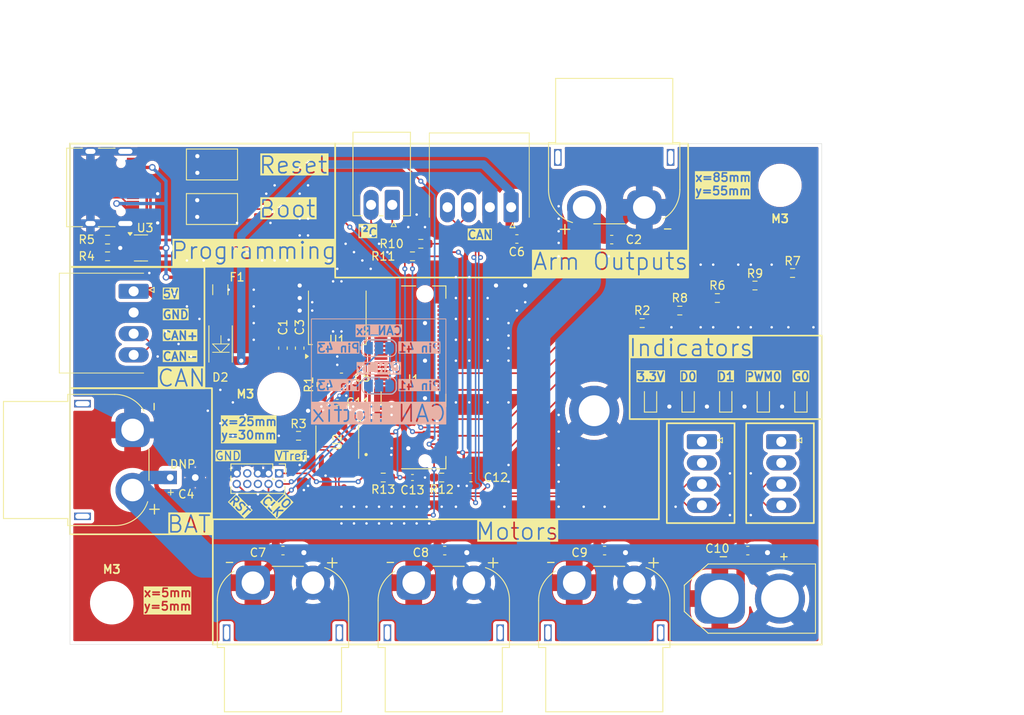
<source format=kicad_pcb>
(kicad_pcb (version 20240108) (generator "pcbnew") (generator_version "8.0")
  (layers (0 "F.Cu" signal) (31 "B.Cu" signal) (34 "B.Paste" user) (35 "F.Paste" user) (36 "B.SilkS" user "B.Silkscreen") (37 "F.SilkS" user "F.Silkscreen") (38 "B.Mask" user) (39 "F.Mask" user) (44 "Edge.Cuts" user))
  (net 0 "")
  (net 1 "GND")
  (net 2 "+5V")
  (net 3 "+3V3")
  (net 4 "Net-(D2-A)")
  (net 5 "~{Reset}")
  (net 6 "USB_IN_D-")
  (net 7 "USB_IN_D+")
  (net 8 "I2C_SDA")
  (net 9 "I2C_SCL")
  (net 10 "CAN_RX")
  (net 11 "CAN_TX")
  (net 12 "+BATT")
  (net 13 "Net-(U2-Rs)")
  (net 25 "Net-(J1-D0)")
  (net 27 "Net-(D5-A)")
  (net 33 "Net-(J1-D1{slash}CAM_TRIG)")
  (net 34 "Net-(D6-A)")
  (net 45 "SWDCK")
  (net 50 "~{Boot}")
  (net 63 "Net-(D1-A)")
  (net 64 "Net-(D3-A)")
  (net 65 "Net-(D4-A)")
  (net 68 "Net-(U1-EN)")
  (net 69 "VBUS")
  (net 70 "CC2")
  (net 71 "CC1")
  (net 76 "CAN_P")
  (net 77 "CAN_N")
  (net 79 "Net-(J1-PWM0)")
  (net 80 "Net-(J1-G0{slash}BUS0)")
  (net 84 "SWDIO")
  (net 85 "CAN_R")
  (net 86 "CAN_T")
  (footprint "LED_SMD:LED_0603_1608Metric_Pad1.05x0.95mm_HandSolder" (layer "F.Cu") (at 173 110.5 90)
    (property "Reference" "D6" (hide yes))
    (property "Value" "LED")
  )
  (footprint "Resistor_SMD:R_0603_1608Metric_Pad0.98x0.95mm_HandSolder" (layer "F.Cu") (at 127.5 120 180)
    (property "Reference" "R13")
    (property "Value" "100k")
  )
  (footprint "Fuse:Fuse_1206_3216Metric_Pad1.42x1.75mm_HandSolder" (layer "F.Cu") (at 108 97.5 90)
    (property "Reference" "F1")
    (property "Value" "0.75A")
  )
  (footprint "Connector_AMASS:AMASS_XT60PW-F_1x02_P7.20mm_Horizontal" (layer "F.Cu") (at 97.5 114.3 90)
    (property "Reference" "BatIn1" (hide yes))
    (property "Value" "Conn_01x02_MountingPin")
  )
  (footprint "LED_SMD:LED_0603_1608Metric_Pad1.05x0.95mm_HandSolder" (layer "F.Cu") (at 168.5 110.5 90)
    (property "Reference" "D3" (hide yes))
    (property "Value" "LED")
  )
  (footprint "Capacitor_SMD:C_0603_1608Metric_Pad1.08x0.95mm_HandSolder" (layer "F.Cu") (at 154 128.75)
    (property "Reference" "C9")
    (property "Value" "10u")
  )
  (footprint "SJSU_common:DO-221AC" (layer "F.Cu") (at 105.57 104 90)
    (property "Reference" "D2")
    (property "Value" "3A" (hide yes))
  )
  (footprint "Connector_AMASS:AMASS_XT60PW-F_1x02_P7.20mm_Horizontal" (layer "F.Cu") (at 150.3625 132.6 180)
    (property "Reference" "BatOut4" (hide yes))
    (property "Value" "Conn_01x02_MountingPin")
  )
  (footprint "Package_TO_SOT_SMD:SOT-23-6" (layer "F.Cu") (at 98.5 92.5)
    (property "Reference" "U3")
    (property "Value" "DT1446-04TS-7")
  )
  (footprint "Button_Switch_SMD:SW_SPST_CK_RS282G05A3" (layer "F.Cu") (at 107 87.8375)
    (property "Reference" "SW2" (hide yes))
    (property "Value" "SW_SPST")
  )
  (footprint "Resistor_SMD:R_0603_1608Metric_Pad0.98x0.95mm_HandSolder" (layer "F.Cu") (at 134.5 120 180)
    (property "Reference" "R12")
    (property "Value" "100k")
  )
  (footprint "Resistor_SMD:R_0603_1608Metric_Pad0.98x0.95mm_HandSolder" (layer "F.Cu") (at 176.5 95.5)
    (property "Reference" "R7")
    (property "Value" "1.5k")
  )
  (footprint "MountingHole:MountingHole_3.2mm_M3" (layer "F.Cu") (at 175 85)
    (property "Reference" "M3")
    (property "Value" "MountingHole_3.2mm_M3")
  )
  (footprint "LED_SMD:LED_0603_1608Metric_Pad1.05x0.95mm_HandSolder" (layer "F.Cu") (at 177.5 110.5 90)
    (property "Reference" "D4" (hide yes))
    (property "Value" "LED")
  )
  (footprint "MountingHole:MountingHole_3.2mm_M3" (layer "F.Cu") (at 95 135)
    (property "Reference" "M3")
    (property "Value" "MountingHole_3.2mm_M3")
  )
  (footprint "Capacitor_THT:CP_Radial_D6.3mm_P2.50mm" (layer "F.Cu") (at 102.25 120)
    (property "Reference" "C4")
    (property "Value" "47u")
  )
  (footprint "Capacitor_SMD:C_0603_1608Metric_Pad1.08x0.95mm_HandSolder" (layer "F.Cu") (at 117.5 104.5 90)
    (property "Reference" "C3")
    (property "Value" "1u")
  )
  (footprint "Capacitor_SMD:C_0603_1608Metric_Pad1.08x0.95mm_HandSolder" (layer "F.Cu") (at 171.14375 128.75)
    (property "Reference" "C10")
    (property "Value" "10u")
  )
  (footprint "Resistor_SMD:R_0603_1608Metric_Pad0.98x0.95mm_HandSolder" (layer "F.Cu") (at 117.361613 115)
    (property "Reference" "R3")
    (property "Value" "33k")
  )
  (footprint "SJSU_common:TO-252AD" (layer "F.Cu") (at 118.2 100.74 90)
    (property "Reference" "U1")
    (property "Value" "LF33_TO252" (hide yes))
  )
  (footprint "Button_Switch_SMD:SW_SPST_CK_RS282G05A3" (layer "F.Cu") (at 107 82.5)
    (property "Reference" "SW1" (hide yes))
    (property "Value" "SW_SPST")
  )
  (footprint "Connector_AMASS:AMASS_XT60-F_1x02_P7.20mm_Vertical" (layer "F.Cu") (at 167.79375 134.5)
    (property "Reference" "BatOut5" (hide yes))
    (property "Value" "Conn_01x02_MountingPin")
  )
  (footprint "Resistor_SMD:R_0603_1608Metric_Pad0.98x0.95mm_HandSolder" (layer "F.Cu") (at 120.094141 108.856618 -90)
    (property "Reference" "R1")
    (property "Value" "33k")
  )
  (footprint "Resistor_SMD:R_0603_1608Metric_Pad0.98x0.95mm_HandSolder" (layer "F.Cu") (at 163 100)
    (property "Reference" "R8")
    (property "Value" "1.5k")
  )
  (footprint "SJSU_common:micromod" (layer "F.Cu") (at 140.75 108 -90)
    (property "Reference" "J1")
    (property "Value" "MicroMod" (hide yes))
  )
  (footprint "Capacitor_SMD:C_0603_1608Metric_Pad1.08x0.95mm_HandSolder" (layer "F.Cu") (at 115.5 128.75)
    (property "Reference" "C7")
    (property "Value" "10u")
  )
  (footprint "Resistor_SMD:R_0603_1608Metric_Pad0.98x0.95mm_HandSolder" (layer "F.Cu") (at 94.5 93.5 180)
    (property "Reference" "R4")
    (property "Value" "5.1k")
  )
  (footprint "SJSU_common:Pluggable_Terminal_2.54mm_4P_Vertical" (layer "F.Cu") (at 169.5 119.5 -90)
    (property "Reference" "CanOut1" (hide yes))
    (property "Value" "Conn_01x04_MountingPin")
  )
  (footprint "Connector_AMASS:AMASS_XT60PW-F_1x02_P7.20mm_Horizontal" (layer "F.Cu") (at 158.75 87.65)
    (property "Reference" "BatOut1" (hide yes))
    (property "Value" "Conn_01x02_MountingPin")
  )
  (footprint "MountingHole:MountingHole_3.2mm_M3" (layer "F.Cu") (at 115 110)
    (property "Reference" "M3")
    (property "Value" "MountingHole_3.2mm_M3")
  )
  (footprint "Resistor_SMD:R_0603_1608Metric_Pad0.98x0.95mm_HandSolder" (layer "F.Cu") (at 167.5 98.5)
    (property "Reference" "R6")
    (property "Value" "1.5k")
  )
  (footprint "Capacitor_SMD:C_0603_1608Metric_Pad1.08x0.95mm_HandSolder" (layer "F.Cu") (at 115.5 104.5 90)
    (property "Reference" "C1")
    (property "Value" "100n")
  )
  (footprint "Connector_AMASS:AMASS_XT60PW-F_1x02_P7.20mm_Horizontal" (layer "F.Cu") (at 111.9 132.6 180)
    (property "Reference" "BatOut2" (hide yes))
    (property "Value" "Conn_01x02_MountingPin")
  )
  (footprint "Capacitor_SMD:C_0603_1608Metric_Pad1.08x0.95mm_HandSolder" (layer "F.Cu") (at 138 120 180)
    (property "Reference" "C12")
    (property "Value" "100n")
  )
  (footprint "Capacitor_SMD:C_0603_1608Metric_Pad1.08x0.95mm_HandSolder" (layer "F.Cu") (at 134.8625 128.75)
    (property "Reference" "C8")
    (property "Value" "10u")
  )
  (footprint "Capacitor_SMD:C_0603_1608Metric_Pad1.08x0.95mm_HandSolder" (layer "F.Cu") (at 122.5 108 180)
    (property "Reference" "C5")
    (property "Value" "2.2u")
  )
  (footprint "SJSU_common:Pluggable_Terminal_2.54mm_2P_Horizontal" (layer "F.Cu") (at 126.755 92.6375 180)
    (property "Reference" "I2COut1" (hide yes))
    (property "Value" "Conn_01x02_MountingPin")
  )
  (footprint "Resistor_SMD:R_0603_1608Metric_Pad0.98x0.95mm_HandSolder" (layer "F.Cu") (at 132 92 180)
    (property "Reference" "R10")
    (property "Value" "4.7k")
  )
  (footprint "Capacitor_SMD:C_0402_1005Metric_Pad0.74x0.62mm_HandSolder" (layer "F.Cu") (at 131 120)
    (property "Reference" "C13")
    (property "Value" "100n")
  )
  (footprint "Resistor_SMD:R_0603_1608Metric_Pad0.98x0.95mm_HandSolder" (layer "F.Cu") (at 94.5 91.5 180)
    (property "Reference" "R5")
    (property "Value" "5.1k")
  )
  (footprint "Resistor_SMD:R_0603_1608Metric_Pad0.98x0.95mm_HandSolder" (layer "F.Cu") (at 158.5 101.5)
    (property "Reference" "R2")
    (property "Value" "4.7k")
  )
  (footprint "SJSU_common:Pluggable_Terminal_2.54mm_4P_Vertical" (layer "F.Cu") (at 179 119.5 -90)
    (property "Reference" "CanOut2" (hide yes))
    (property "Value" "Conn_01x04_MountingPin")
  )
  (footprint "LED_SMD:LED_0603_1608Metric_Pad1.05x0.95mm_HandSolder" (layer "F.Cu") (at 164 110.5 90)
    (property "Reference" "D5" (hide yes))
    (property "Value" "LED")
  )
  (footprint "Connector_USB:USB_C_Receptacle_HRO_TYPE-C-31-M-12" (layer "F.Cu") (at 93.5 85.25 -90)
    (property "Reference" "Programming1" (hide yes))
    (property "Value" "USB_C_Receptacle_USB2.0_14P")
  )
  (footprint "Resistor_SMD:R_0603_1608Metric_Pad0.98x0.95mm_HandSolder" (layer "F.Cu") (at 172 97)
    (property "Reference" "R9")
    (property "Value" "1.5k")
  )
  (footprint "Connector_AMASS:AMASS_XT60PW-F_1x02_P7.20mm_Horizontal" (layer "F.Cu") (at 131.15 132.6 180)
    (property "Reference" "BatOut3" (hide yes))
    (property "Value" "Conn_01x02_MountingPin")
  )
  (footprint "Capacitor_SMD:C_0402_1005Metric_Pad0.74x0.62mm_HandSolder" (layer "F.Cu") (at 122 111 180)
    (property "Reference" "C11")
    (property "Value" "100n")
  )
  (footprint "SJSU_common:Pluggable_Terminal_2.54mm_4P_Horizontal" (layer "F.Cu") (at 138.78 91.075 180)
    (property "Reference" "CanArmOut1" (hide yes))
    (property "Value" "Conn_01x04_MountingPin")
  )
  (footprint "Package_SO:SOIC-8_3.9x4.9mm_P1.27mm" (layer "F.Cu") (at 122 115.75 -90)
    (property "Reference" "U2")
    (property "Value" "SN65HVD230")
  )
  (footprint "Capacitor_SMD:C_0603_1608Metric_Pad1.08x0.95mm_HandSolder" (layer "F.Cu") (at 143.5 91.422675)
    (property "Reference" "C6")
    (property "Value" "1u")
  )
  (footprint "Capacitor_SMD:C_0603_1608Metric_Pad1.08x0.95mm_HandSolder" (layer "F.Cu") (at 154.85 91.5 180)
    (property "Reference" "C2")
    (property "Value" "10u")
  )
  (footprint "LED_SMD:LED_0603_1608Metric_Pad1.05x0.95mm_HandSolder" (layer "F.Cu") (at 159.5 110.5 90)
    (property "Reference" "D1" (hide yes))
    (property "Value" "LED")
  )
  (footprint "Connector_PinHeader_1.27mm:PinHeader_2x05_P1.27mm_Vertical" (layer "F.Cu") (at 115.04 119.5 -90)
    (property "Reference" "J2" (hide yes))
    (property "Value" "Conn_ARM_JTAG_SWD_10")
  )
  (footprint "SJSU_common:Pluggable_Terminal_2.54mm_4P_Horizontal" (layer "F.Cu") (at 101.075 101.72 -90)
    (property "Reference" "CanIn1" (hide yes))
    (property "Value" "Conn_01x04_MountingPin")
  )
  (footprint "Resistor_SMD:R_0603_1608Metric_Pad0.98x0.95mm_HandSolder" (layer "F.Cu") (at 131 93.5 180)
    (property "Reference" "R11")
    (property "Value" "4.7k")
  )
  (footprint "Jumper:SolderJumper-3_P1.3mm_Open_RoundedPad1.0x1.5mm" (layer "B.Cu") (at 127 109)
    (property "Reference" "JP1" (hide yes))
    (property "Value" "SolderJumper_3_Open")
  )
  (footprint "Jumper:SolderJumper-3_P1.3mm_Open_RoundedPad1.0x1.5mm" (layer "B.Cu") (at 127 104.5 180)
    (property "Reference" "JP2" (hide yes))
    (property "Value" "SolderJumper_3_Open")
  )
  (gr_arc (start 96.85 86) (mid 96.35 85.5) (end 96.85 85) (stroke (width 0.2)) (layer "F.Cu") (net 7))
  (gr_arc (start 98.25 84.5) (mid 98.75 85) (end 98.25 85.5) (stroke (width 0.2)) (layer "F.Cu") (net 6))
  (gr_rect (start 118.9 101) (end 135 113.591601) (stroke (width 0.1)) (fill none) (layer "B.SilkS"))
  (gr_rect (start 90 109.3) (end 107 126.8) (stroke (width 0.2)) (fill none) (layer "F.SilkS"))
  (gr_rect (start 121.75 80) (end 164 96.045) (stroke (width 0.2)) (fill none) (layer "F.SilkS"))
  (gr_rect (start 90 94.8) (end 106.1 109.3) (stroke (width 0.2)) (fill none) (layer "F.SilkS"))
  (gr_line (start 180 119.75) (end 180 140) (stroke (width 0.2)) (layer "F.SilkS"))
  (gr_line (start 107.1 125) (end 160.5 125) (stroke (width 0.2)) (layer "F.SilkS"))
  (gr_line (start 107.1 140) (end 107.1 125) (stroke (width 0.2)) (layer "F.SilkS"))
  (gr_line (start 180 113) (end 180 119.75) (stroke (width 0.2)) (layer "F.SilkS"))
  (gr_line (start 160.5 125) (end 160.5 113) (stroke (width 0.2)) (layer "F.SilkS"))
  (gr_rect (start 90 80) (end 121.75 94.75) (stroke (width 0.2)) (fill none) (layer "F.SilkS"))
  (gr_line (start 180 140) (end 107.1 140) (stroke (width 0.2)) (layer "F.SilkS"))
  (gr_rect (start 157 103) (end 180 113) (stroke (width 0.2)) (fill none) (layer "F.SilkS"))
  (gr_rect (start 90 80) (end 180 140) (stroke (width 0.05)) (fill none) (layer "Edge.Cuts"))
  (gr_text "Pin 43" (at 119.5 109 0) (layer "B.SilkS" knockout) (effects (font (size 1 1) (thickness 0.2) (bold yes)) (justify right mirror)))
  (gr_text "CAN Hotfix" (at 135.162868 113.497151 0) (layer "B.SilkS" knockout) (effects (font (size 2 2) (thickness 0.2) (bold yes)) (justify left bottom mirror)))
  (gr_text "CAN_Rx" (at 127 103 0) (layer "B.SilkS" knockout) (effects (font (size 1 1) (thickness 0.2) (bold yes)) (justify bottom mirror)))
  (gr_text "Pin 43" (at 119.5 104.5 0) (layer "B.SilkS" knockout) (effects (font (size 1 1) (thickness 0.2) (bold yes)) (justify right mirror)))
  (gr_text "Pin 41" (at 134.5 104.5 0) (layer "B.SilkS" knockout) (effects (font (size 1 1) (thickness 0.2) (bold yes)) (justify left mirror)))
  (gr_text "CAN_Tx" (at 127 107.5 0) (layer "B.SilkS" knockout) (effects (font (size 1 1) (thickness 0.2) (bold yes)) (justify bottom mirror)))
  (gr_text "Pin 41" (at 134.5 109 0) (layer "B.SilkS" knockout) (effects (font (size 1 1) (thickness 0.2) (bold yes)) (justify left mirror)))
  (gr_text "G0" (at 177.5 108.5 0) (layer "F.SilkS" knockout) (effects (font (size 1 1) (thickness 0.2) (bold yes)) (justify bottom)))
  (gr_text "GND" (at 101 100.5 0) (layer "F.SilkS" knockout) (effects (font (size 1 1) (thickness 0.2) (bold yes)) (justify left)))
  (gr_text "PWM0" (at 173 108.5 0) (layer "F.SilkS" knockout) (effects (font (size 1 1) (thickness 0.2) (bold yes)) (justify bottom)))
  (gr_text "RST" (at 108.839287 122.763397 315) (layer "F.SilkS" knockout) (effects (font (size 1 1) (thickness 0.2) (bold yes)) (justify left bottom)))
  (gr_text "Arm Outputs" (at 145.30252 95.290109 0) (layer "F.SilkS" knockout) (effects (font (size 2 2) (thickness 0.2)) (justify left bottom)))
  (gr_text "D0" (at 164 108.5 0) (layer "F.SilkS" knockout) (effects (font (size 1 1) (thickness 0.2) (bold yes)) (justify bottom)))
  (gr_text "5V" (at 101 98 0) (layer "F.SilkS" knockout) (effects (font (size 1 1) (thickness 0.2) (bold yes)) (justify left)))
  (gr_text "3.3V" (at 159.5 108.5 0) (layer "F.SilkS" knockout) (effects (font (size 1 1) (thickness 0.2) (bold yes)) (justify bottom)))
  (gr_text "CAN" (at 137.5 91.5 0) (layer "F.SilkS" knockout) (effects (font (size 1 1) (thickness 0.2) (bold yes)) (justify left bottom)))
  (gr_text "x=25mm\ny=30mm" (at 108 115.5 0) (layer "F.SilkS" knockout) (effects (font (size 1 1) (thickness 0.2) (bold yes)) (justify left bottom)))
  (gr_text "Motors" (at 143.55 127.621181 0) (layer "F.SilkS" knockout) (effects (font (size 2 2) (thickness 0.2)) (justify bottom)))
  (gr_text "CAN+" (at 101 103 0) (layer "F.SilkS" knockout) (effects (font (size 1 1) (thickness 0.2) (bold yes)) (justify left)))
  (gr_text "+" (at 174.75 130 0) (layer "F.SilkS") (effects (font (size 1 1)) (justify left bottom)))
  (gr_text "Programming" (at 101.982356 93.983326 0) (layer "F.SilkS" knockout) (effects (font (size 2 2) (thickness 0.2)) (justify left bottom)))
  (gr_text "Boot" (at 112.5 89 0) (layer "F.SilkS" knockout) (effects (font (size 2 2) (thickness 0.2)) (justify left bottom)))
  (gr_text "GND" (at 107.299065 118 0) (layer "F.SilkS" knockout) (effects (font (size 1 1)) (justify left bottom)))
  (gr_text "CAN-" (at 101 105.5 0) (layer "F.SilkS" knockout) (effects (font (size 1 1) (thickness 0.2) (bold yes)) (justify left)))
  (gr_text "CAN" (at 100.332586 109.265763 0) (layer "F.SilkS" knockout) (effects (font (size 2 2) (thickness 0.2)) (justify left bottom)))
  (gr_text "IO" (at 114.627028 122.723701 315) (layer "F.SilkS" knockout) (effects (font (size 1 1) (thickness 0.2) (bold yes)) (justify left bottom)))
  (gr_text "-" (at 167.5 130 0) (layer "F.SilkS") (effects (font (size 1 1)) (justify left bottom)))
  (gr_text "I²C" (at 124.388411 91.244833 0) (layer "F.SilkS" knockout) (effects (font (size 1 1) (thickness 0.2) (bold yes)) (justify left bottom)))
  (gr_text "Indicators" (at 156.781755 103.295181 0) (layer "F.SilkS" knockout) (effects (font (size 2 2) (thickness 0.2)) (justify left top)))
  (gr_text "Reset" (at 112.5 83.75 0) (layer "F.SilkS" knockout) (effects (font (size 2 2) (thickness 0.2)) (justify left bottom)))
  (gr_text "BAT" (at 101.485561 126.760907 0) (layer "F.SilkS" knockout) (effects (font (size 2 2) (thickness 0.2)) (justify left bottom)))
  (gr_text "x=5mm\ny=5mm" (at 98.75 136 0) (layer "F.SilkS" knockout) (effects (font (size 1 1) (thickness 0.2) (bold yes)) (justify left bottom)))
  (gr_text "x=85mm\ny=55mm" (at 164.75 86.25 0) (layer "F.SilkS" knockout) (effects (font (size 1 1) (thickness 0.2) (bold yes)) (justify left bottom)))
  (gr_text "D1" (at 168.5 108.5 0) (layer "F.SilkS" knockout) (effects (font (size 1 1) (thickness 0.2) (bold yes)) (justify bottom)))
  (gr_text "VTref" (at 114.5 118 0) (layer "F.SilkS" knockout) (effects (font (size 1 1)) (justify left bottom)))
  (gr_text "CLK" (at 112.721599 122.803094 315) (layer "F.SilkS" knockout) (effects (font (size 1 1) (thickness 0.2) (bold yes)) (justify left bottom)))
  (segment (start 114.6375 129.8625) (end 111.9 132.6) (width 1) (layer "F.Cu") (net 1))
  (segment (start 129.75 115.75) (end 127.225 115.75) (width 0.3) (layer "F.Cu") (net 1))
  (segment (start 127.999999 107.75) (end 128.227 107.977001) (width 0.2) (layer "F.Cu") (net 1))
  (segment (start 128.25 106.25) (end 129 105.5) (width 0.3) (layer "F.Cu") (net 1))
  (segment (start 155.7125 89.7875) (end 155.7125 91.5) (width 1) (layer "F.Cu") (net 1))
  (segment (start 170.28125 129.25) (end 170.28125 132.7625) (width 1) (layer "F.Cu") (net 1))
  (segment (start 134 129.75) (end 131.15 132.6) (width 1) (layer "F.Cu") (net 1))
  (segment (start 128.936694 99.073829) (end 128.573829 99.073829) (width 0.3) (layer "F.Cu") (net 1))
  (segment (start 127.225 117.25) (end 128 118.025) (width 0.3) (layer "F.Cu") (net 1))
  (segment (start 127.225 106.25) (end 128.25 106.25) (width 0.3) (layer "F.Cu") (net 1))
  (segment (start 127.999999 109.25) (end 127.225 109.25) (width 0.2) (layer "F.Cu") (net 1))
  (segment (start 134.775 99) (end 133.5 99) (width 0.3) (layer "F.Cu") (net 1))
  (segment (start 96.019207 92.5) (end 96.019206 92.500001) (width 0.2) (layer "F.Cu") (net 1))
  (segment (start 114.6375 128.75) (end 114.6375 129.8625) (width 1) (layer "F.Cu") (net 1))
  (segment (start 133.5 108.5) (end 133 108) (width 0.3) (layer "F.Cu") (net 1))
  (segment (start 134 128.75) (end 134 129.75) (width 1) (layer "F.Cu") (net 1))
  (segment (start 153.1375 128.75) (end 153.1375 129.825) (width 1) (layer "F.Cu") (net 1))
  (segment (start 127.225 98.75) (end 128 97.975) (width 0.3) (layer "F.Cu") (net 1))
  (segment (start 133.5 99) (end 133 99.5) (width 0.3) (layer "F.Cu") (net 1))
  (segment (start 128.75 109.25) (end 129 109.5) (width 0.3) (layer "F.Cu") (net 1))
  (segment (start 128.25 98.75) (end 127.225 98.75) (width 0.3) (layer "F.Cu") (net 1))
  (segment (start 130.5 116.5) (end 129.75 115.75) (width 0.3) (layer "F.Cu") (net 1))
  (segment (start 128.227 107.977001) (end 128.227 109.022999) (width 0.2) (layer "F.Cu") (net 1))
  (segment (start 128.227 109.022999) (end 127.999999 109.25) (width 0.2) (layer "F.Cu") (net 1))
  (segment (start 158.105 87.395) (end 155.7125 89.7875) (width 1) (layer "F.Cu") (net 1))
  (segment (start 170.28125 132.7625) (end 167.79375 135.25) (width 1) (layer "F.Cu") (net 1))
  (segment (start 127.225 107.75) (end 127.999999 107.75) (width 0.2) (layer "F.Cu") (net 1))
  (segment (start 153.1375 129.825) (end 150.3625 132.6) (width 1) (layer "F.Cu") (net 1))
  (segment (start 134.775 108.5) (end 133.5 108.5) (width 0.3) (layer "F.Cu") (net 1))
  (segment (start 128.573829 99.073829) (end 128.25 98.75) (width 0.3) (layer "F.Cu") (net 1))
  (segment (start 127.225 109.25) (end 128.75 109.25) (width 0.3) (layer "F.Cu") (net 1))
  (via (at 114 89.5) (size 0.5) (drill 0.3) (layers "F.Cu" "B.Cu") (net 1))
  (via (at 161.75 111.5) (size 1) (drill 0.5) (layers "F.Cu" "B.Cu") (net 1))
  (via (at 117.5 91) (size 0.5) (drill 0.3) (layers "F.Cu" "B.Cu") (net 1))
  (via (at 112 103.5) (size 0.5) (drill 0.3) (layers "F.Cu" "B.Cu") (net 1))
  (via (at 124 125.5) (size 0.5) (drill 0.3) (layers "F.Cu" "B.Cu") (net 1))
  (via (at 137.8 106) (size 0.5) (drill 0.3) (layers "F.Cu" "B.Cu") (net 1))
  (via (at 140 106) (size 0.5) (drill 0.3) (layers "F.Cu" "B.Cu") (net 1))
  (via (at 126 95) (size 0.5) (drill 0.3) (layers "F.Cu" "B.Cu") (net 1))
  (via (at 127 125.5) (size 0.5) (drill 0.3) (layers "F.Cu" "B.Cu") (net 1))
  (via (at 100.5 86) (size 0.7) (drill 0.4) (layers "F.Cu" "B.Cu") (net 1))
  (via (at 111.5 123.5) (size 0.5) (drill 0.3) (layers "F.Cu" "B.Cu") (net 1))
  (via (at 142.5 111) (size 0.5) (drill 0.3) (layers "F.Cu" "B.Cu") (net 1))
  (via (at 137.8 101) (size 0.5) (drill 0.3) (layers "F.Cu" "B.Cu") (net 1))
  (via (at 105.23346 86.777665) (size 1) (drill 0.5) (layers "F.Cu" "B.Cu") (net 1))
  (via (at 121 109) (size 0.5) (drill 0.3) (layers "F.Cu" "B.Cu") (net 1))
  (via (at 112 97.5) (size 0.5) (drill 0.3) (layers "F.Cu" "B.Cu") (net 1))
  (via (at 136.5 121) (size 0.5) (drill 0.3) (layers "F.Cu" "B.Cu") (net 1))
  (via (at 123 92) (size 0.5) (drill 0.3) (layers "F.Cu" "B.Cu") (net 1))
  (via (at 132.5 110.5) (size 1) (drill 0.5) (layers "F.Cu" "B.Cu") (net 1))
  (via (at 104.5 105.5) (size 0.5) (drill 0.3) (layers "F.Cu" "B.Cu") (net 1))
  (via (at 148.502476 91.892843) (size 0.5) (drill 0.3) (layers "F.Cu" "B.Cu") (net 1))
  (via (at 130.5 116.5) (size 1) (drill 0.5) (layers "F.Cu" "B.Cu") (net 1))
  (via (at 124 123.5) (size 0.5) (drill 0.3) (layers "F.Cu" "B.Cu") (net 1))
  (via (at 113.5 86) (size 0.5) (drill 0.3) (layers "F.Cu" "B.Cu") (net 1))
  (via (at 104 94) (size 0.5) (drill 0.3) (layers "F.Cu" "B.Cu") (net 1))
  (via (at 154 123.5) (size 0.5) (drill 0.3) (layers "F.Cu" "B.Cu") (net 1))
  (via (at 110 122) (size 0.5) (drill 0.3) (layers "F.Cu" "B.Cu") (net 1))
  (via (at 127 123.5) (size 0.5) (drill 0.3) (layers "F.Cu" "B.Cu") (net 1))
  (via (at 125.5 125.5) (size 0.5) (drill 0.3) (layers "F.Cu" "B.Cu") (net 1))
  (via (at 105.25 83.5) (size 1) (drill 0.5) (layers "F.Cu" "B.Cu") (net 1))
  (via (at 122.267803 110.192503) (size 0.5) (drill 0.3) (layers "F.Cu" "B.Cu") (net 1))
  (via (at 136.2 96) (size 0.5) (drill 0.3) (layers "F.Cu" "B.Cu") (net 1))
  (via (at 148.5 123.5) (size 0.5) (drill 0.3) (layers "F.Cu" "B.Cu") (net 1))
  (via (at 142.5 103) (size 0.5) (drill 0.3) (layers "F.Cu" "B.Cu") (net 1))
  (via (at 142.5 118.5) (size 0.5) (drill 0.3) (layers "F.Cu" "B.Cu") (net 1))
  (via (at 122.5 123.5) (size 0.5) (drill 0.3) (layers "F.Cu" "B.Cu") (net 1))
  (via (at 120.598318 119.771441) (size 0.5) (drill 0.3) (layers "F.Cu" "B.Cu") (net 1))
  (via (at 128.5 125.5) (size 0.5) (drill 0.3) (layers "F.Cu" "B.Cu") (net 1))
  (via (at 105.23346 88.777665) (size 1) (drill 0.5) (layers "F.Cu" "B.Cu") (net 1))
  (via (at 162.5 123.5) (size 0.5) (drill 0.3) (layers "F.Cu" "B.Cu") (net 1))
  (via (at 121 94) (size 0.5) (drill 0.3) (layers "F.Cu" "B.Cu") (net 1))
  (via (at 128.463708 117.277478) (size 0.5) (drill 0.3) (layers "F.Cu" "B.Cu") (net 1))
  (via (at 117.5 100) (size 1) (drill 0.5) (layers "F.Cu" "B.Cu") (net 1))
  (via (at 109.5 111) (size 0.5) (drill 0.3) (layers "F.Cu" "B.Cu") (net 1))
  (via (at 174 102) (size 0.5) (drill 0.3) (layers "F.Cu" "B.Cu") (net 1))
  (via (at 148.5 116.5) (size 0.5) (drill 0.3) (layers "F.Cu" "B.Cu") (net 1))
  (via (at 112.5 122) (size 0.5) (drill 0.3) (layers "F.Cu" "B.Cu") (net 1))
  (via (at 148.5 114.5) (size 0.5) (drill 0.3) (layers "F.Cu" "B.Cu") (net 1))
  (via (at 132.5 106) (size 1) (drill 0.5) (layers "F.Cu" "B.Cu") (net 1))
  (via (at 136.2 103.5) (size 0.5) (drill 0.3) (layers "F.Cu" "B.Cu") (net 1))
  (via (at 118.5 117.5) (size 0.5) (drill 0.3) (layers "F.Cu" "B.Cu") (net 1))
  (via (at 118.5 121) (size 0.5) (drill 0.3) (layers "F.Cu" "B.Cu") (net 1))
  (via (at 132.5 101.5) (size 1) (drill 0.5) (layers "F.Cu" "B.Cu") (net 1))
  (via (at 128 93) (size 0.5) (drill 0.3) (layers "F.Cu" "B.Cu") (net 1))
  (via (at 132.5 90) (size 0.5) (drill 0.3) (layers "F.Cu" "B.Cu") (net 1))
  (via (at 141 97) (size 1) (drill 0.5) (layers "F.Cu" "B.Cu") (net 1))
  (via (at 115 115) (size 0.5) (drill 0.3) (layers "F.Cu" "B.Cu") (net 1))
  (via (at 117.5 89) (size 0.5) (drill 0.3) (layers "F.Cu" "B.Cu") (net 1))
  (via (at 114.5 85) (size 0.5) (drill 0.3) (layers "F.Cu" "B.Cu") (net 1))
  (via (at 136.2 98.5) (size 0.5) (drill 0.3) (layers "F.Cu" "B.Cu") (net 1))
  (via (at 130 123.5) (size 0.5) (drill 0.3) (layers "F.Cu" "B.Cu") (net 1))
  (via (at 162 102) (size 0.5) (drill 0.3) (layers "F.Cu" "B.Cu") (net 1))
  (via (at 136.2 123.5) (size 0.5) (drill 0.3) (layers "F.Cu" "B.Cu") (net 1))
  (via (at 108 113.5) (size 0.5) (drill 0.3) (layers "F.Cu" "B.Cu") (net 1))
  (via (at 125 90) (size 0.5) (drill 0.3) (layers "F.Cu" "B.Cu") (net 1))
  (via (at 131.5 125.5) (size 0.5) (drill 0.3) (layers "F.Cu" "B.Cu") (net 1))
  (via (at 176 102) (size 0.5) (drill 0.3) (layers "F.Cu" "B.Cu") (net 1))
  (via (at 108 109.5) (size 0.5) (drill 0.3) (layers "F.Cu" "B.Cu") (net 1))
  (via (at 100.5 89.5) (size 0.7) (drill 0.4) (layers "F.Cu" "B.Cu") (net 1))
  (via (at 109 103.5) (size 0.5) (drill 0.3) (layers "F.Cu" "B.Cu") (net 1))
  (via (at 124 93) (size 0.5) (drill 0.3) (layers "F.Cu" "B.Cu") (net 1))
  (via (at 148.5 112.5) (size 0.5) (drill 0.3) (layers "F.Cu" "B.Cu") (net 1))
  (via (at 111 112.5) (size 0.5) (drill 0.3) (layers "F.Cu" "B.Cu") (net 1))
  (via (at 143.5 100) (size 0.5) (drill 0.3) (layers "F.Cu" "B.Cu") (net 1))
  (via (at 151.5 123.5) (size 0.5) (drill 0.3) (layers "F.Cu" "B.Cu") (net 1))
  (via (at 118 121.5) (size 0.5) (drill 0.3) (layers "F.Cu" "B.Cu") (net 1))
  (via (at 118.5 112) (size 1) (drill 0.5) (layers "F.Cu" "B.Cu") (net 1))
  (via (at 137.5 121) (size 0.5) (drill 0.3) (layers "F.Cu" "B.Cu") (net 1))
  (via (at 112 101.5) (size 0.5) (drill 0.3) (layers "F.Cu" "B.Cu") (net 1))
  (via (at 132.5 120) (size 0.5) (drill 0.3) (layers "F.Cu" "B.Cu") (net 1))
  (via (at 119 100) (size 0.5) (drill 0.3) (layers "F.Cu" "B.Cu") (net 1))
  (via (at 140 111) (size 0.5) (drill 0.3) (layers "F.Cu" "B.Cu") (net 1))
  (via (at 106.5 112) (size 0.5) (drill 0.3) (layers "F.Cu" "B.Cu") (net 1))
  (via (at 104 99.5) (size 0.5) (drill 0.3) (layers "F.Cu" "B.Cu") (net 1))
  (via (at 144.5 99) (size 0.5) (drill 0.3) (layers "F.Cu" "B.Cu") (net 1))
  (via (at 130 125.5) (size 0.5) (drill 0.3) (layers "F.Cu" "B.Cu") (net 1))
  (via (at 105.25 81.5) (size 1) (drill 0.5) (layers "F.Cu" "B.Cu") (net 1))
  (via (at 100.5 105.5) (size 0.5) (drill 0.3) (layers "F.Cu" "B.Cu") (net 1))
  (via (at 175.25 111.5) (size 1) (drill 0.5) (layers "F.Cu" "B.Cu") (net 1))
  (via (at 119 99) (size 0.5) (drill 0.3) (layers "F.Cu" "B.Cu") (net 1))
  (via (at 96.019206 92.500001) (size 0.8) (drill 0.5) (layers "F.Cu" "B.Cu") (net 1))
  (via (at 109 97.5) (size 0.5) (drill 0.3) (layers "F.Cu" "B.Cu") (net 1))
  (via (at 165.5 102) (size 0.5) (drill 0.3) (layers "F.Cu" "B.Cu") (net 1))
  (via (at 118.5 89) (size 0.5) (drill 0.3) (layers "F.Cu" "B.Cu") (net 1))
  (via (at 170 102) (size 0.5) (drill 0.3) (layers "F.Cu" "B.Cu") (net 1))
  (via (at 142 123.5) (size 0.5) (drill 0.3) (layers "F.Cu" "B.Cu") (net 1))
  (via (at 136.2 101) (size 0.5) (drill 0.3) (layers "F.Cu" "B.Cu") (net 1))
  (via (at 121.5 96.5) (size 0.5) (drill 0.3) (layers "F.Cu" "B.Cu") (net 1))
  (via (at 154.5 93.5) (size 0.5) (drill 0.3) (layers "F.Cu" "B.Cu") (net 1))
  (via (at 117.5 97) (size 1) (drill 0.5) (layers "F.Cu" "B.Cu") (net 1))
  (via (at 117.5 118.5) (size 0.5) (drill 0.3) (layers "F.Cu" "B.Cu") (net 1))
  (via (at 112 99.5) (size 0.5) (drill 0.3) (layers "F.Cu" "B.Cu") (net 1))
  (via (at 148.5 87.5) (size 0.5) (drill 0.3) (layers "F.Cu" "B.Cu") (net 1))
  (via (at 165.5 94.5) (size 0.5) (drill 0.3) (layers "F.Cu" "B.Cu") (net 1))
  (via (at 140 101) (size 0.5) (drill 0.3) (layers "F.Cu" "B.Cu") (net 1))
  (via (at 174 94.5) (size 0.5) (drill 0.3) (layers "F.Cu" "B.Cu") (net 1))
  (via (at 109.5 115) (size 0.5) (drill 0.3) (layers "F.Cu" "B.Cu") (net 1))
  (via (at 137.8 96) (size 0.5) (drill 0.3) (layers "F.Cu" "B.Cu") (net 1))
  (via (at 171.5 102) (size 0.5) (drill 0.3) (layers "F.Cu" "B.Cu") (net 1))
  (via (at 128.5 116.5) (size 0.5) (drill 0.3) (layers "F.Cu" "B.Cu") (net 1))
  (via (at 171.5 119.5) (size 0.5) (drill 0.3) (layers "F.Cu" "B.Cu") (net 1))
  (via (at 167 102) (size 0.5) (drill 0.3) (layers "F.Cu" "B.Cu") (net 1))
  (via (at 127 92) (size 0.5) (drill 0.3) (layers "F.Cu" "B.Cu") (net 1))
  (via (at 117.5 86) (size 0.5) (drill 0.3) (layers "F.Cu" "B.Cu") (net 1))
  (via (at 136.2 106) (size 0.5) (drill 0.3) (layers "F.Cu" "B.Cu") (net 1))
  (via (at 117.5 98.5) (size 1) (drill 0.5) (layers "F.Cu" "B.Cu") (net 1))
  (via (at 118.5 91) (size 0.5) (drill 0.3) (layers "F.Cu" "B.Cu") (net 1))
  (via (at 137.8 111) (size 0.5) (drill 0.3) (layers "F.Cu" "B.Cu") (net 1))
  (via (at 121.5 102.5) (size 0.5) (drill 0.3) (layers "F.Cu" "B.Cu") (net 1))
  (via (at 126 91) (size 0.5) (drill 0.3) (layers "F.Cu" "B.Cu") (net 1))
  (via (at 170.75 111.5) (size 1) (drill 0.5) (layers "F.Cu" "B.Cu") (net 1))
  (via (at 105.5 101) (size 0.5) (drill 0.3) (layers "F.Cu" "B.Cu") (net 1))
  (via (at 99.5 95.5) (size 0.5) (drill 0.3) (layers "F.Cu" "B.Cu") (net 1))
  (via (at 133 123.5) (size 0.5) (drill 0.3) (layers "F.Cu" "B.Cu") (net 1))
  (via (at 171.5 124.5) (size 0.5) (drill 0.3) (layers "F.Cu" "B.Cu") (net 1))
  (via (at 128.5 123.5) (size 0.5) (drill 0.3) (layers "F.Cu" "B.Cu") (net 1))
  (via (at 140 103.5) (size 0.5) (drill 0.3) (layers "F.Cu" "B.Cu") (net 1))
  (via (at 171.5 94.5) (size 0.5) (drill 0.3) (layers "F.Cu" "B.Cu") (net 1))
  (via (at 179 102) (size 0.5) (drill 0.3) (layers "F.Cu" "B.Cu") (net 1))
  (via (at 114 123.5) (size 0.5) (drill 0.3) (layers "F.Cu" "B.Cu") (net 1))
  (via (at 116 94) (size 0.5) (drill 0.3) (layers "F.Cu" "B.Cu") (net 1))
  (via (at 103 104) (size 0.5) (drill 0.3) (layers "F.Cu" "B.Cu") (net 1))
  (via (at 108 94) (size 0.5) (drill 0.3) (layers "F.Cu" "B.Cu") (net 1))
  (via (at 122 106.5) (size 0.5) (drill 0.3) (layers "F.Cu" "B.Cu") (net 1))
  (via (at 110 89.5) (size 0.5) (drill 0.3) (layers "F.Cu" "B.Cu") (net 1))
  (via (at 122 105.5) (size 0.5) (drill 0.3) (layers "F.Cu" "B.Cu") (net 1))
  (via (at 122.5 125.5) (size 0.5) (drill 0.3) (layers "F.Cu" "B.Cu") (net 1))
  (via (at 133 125.5) (size 0.5) (drill 0.3) (layers "F.Cu" "B.Cu") (net 1))
  (via (at 122.5 102.5) (size 0.5) (drill 0.3) (layers "F.Cu" "B.Cu") (net 1))
  (via (at 136.2 111) (size 0.5) (drill 0.3) (layers "F.Cu" "B.Cu") (net 1))
  (via (at 167 94.5) (size 0.5) (drill 0.3) (layers "F.Cu" "B.Cu") (net 1))
  (via (at 169 124.5) (size 0.5) (drill 0.3) (layers "F.Cu" "B.Cu") (net 1))
  (via (at 101.5 102.5) (size 0.5) (drill 0.3) (layers "F.Cu" "B.Cu") (net 1))
  (via (at 123.081705 110.188309) (size 0.5) (drill 0.3) (layers "F.Cu" "B.Cu") (net 1))
  (via (at 113 94) (size 0.5) (drill 0.3) (layers "F.Cu" "B.Cu") (net 1))
  (via (at 142.5 106) (size 0.5) (drill 0.3) (layers "F.Cu" "B.Cu") (net 1))
  (via (at 130.5 90) (size 0.5) (drill 0.3) (layers "F.Cu" "B.Cu") (net 1))
  (via (at 134.5 123.5) (size 0.5) (drill 0.3) (layers "F.Cu" "B.Cu") (net 1))
  (via (at 148.5 90.5) (size 0.5) (drill 0.3) (layers "F.Cu" "B.Cu") (net 1))
  (via (at 148.5 120.5) (size 0.5) (drill 0.3) (layers "F.Cu" "B.Cu") (net 1))
  (via (at 148.5 89) (size 0.5) (drill 0.3) (layers "F.Cu" "B.Cu") (net 1))
  (via (at 131.5 88.5) (size 0.5) (drill 0.3) (layers "F.Cu" "B.Cu") (net 1))
  (via (at 142.5 101.5) (size 0.5) (drill 0.3) (layers "F.Cu" "B.Cu") (net 1))
  (via (at 166.25 111.5) (size 1) (drill 0.5) (layers "F.Cu" "B.Cu") (net 1))
  (via (at 106 94) (size 0.5) (drill 0.3) (layers "F.Cu" "B.Cu") (net 1))
  (via (at 142.5 104.5) (size 0.5) (drill 0.3) (layers "F.Cu" "B.Cu") (net 1))
  (via (at 137.8 98.5) (size 0.5) (drill 0.3) (layers "F.Cu" "B.Cu") (net 1))
  (via (at 142.5 120.5) (size 0.5) (drill 0.3) (layers "F.Cu" "B.Cu") (net 1))
  (via (at 137.8 103.5) (size 0.5) (drill 0.3) (layers "F.Cu" "B.Cu") (net 1))
  (via (at 170 94.5) (size 0.5) (drill 0.3) (layers "F.Cu" "B.Cu") (net 1))
  (via (at 114.5 94) (size 0.5) (drill 0.3) (layers "F.Cu" "B.Cu") (net 1))
  (via (at 140 98.5) (size 0.5) (drill 0.3) (layers "F.Cu" "B.Cu") (net 1))
  (via (at 125.5 123.5) (size 0.5) (drill 0.3) (layers "F.Cu" "B.Cu") (net 1))
  (via (at 144.5 97) (size 1) (drill 0.5) (layers "F.Cu" "B.Cu") (net 1))
  (via (at 148.5 93.5) (size 0.5) (drill 0.3) (layers "F.Cu" "B.Cu") (net 1))
  (via (at 125 94) (size 0.5) (drill 0.3) (layers "F.Cu" "B.Cu") (net 1))
  (via (at 122 95) (size 0.5) (drill 0.3) (layers "F.Cu" "B.Cu") (net 1))
  (via (at 102.5 98) (size 0.5) (drill 0.3) (layers "F.Cu" "B.Cu") (net 1))
  (via (at 118.5 85) (size 0.5) (drill 0.3) (layers "F.Cu" "B.Cu") (net 1))
  (via (at 148.5 118.5) (size 0.5) (drill 0.3) (layers "F.Cu" "B.Cu") (net 1))
  (via (at 118 118) (size 0.5) (drill 0.3) (layers "F.Cu" "B.Cu") (net 1))
  (via (at 169 119.5) (size 0.5) (drill 0.3) (layers "F.Cu" "B.Cu") (net 1))
  (via (at 131.5 123.5) (size 0.5) (drill 0.3) (layers "F.Cu" "B.Cu") (net 1))
  (via (at 122.5 96.5) (size 0.5) (drill 0.3) (layers "F.Cu" "B.Cu") (net 1))
  (segment (start 110.5 106) (end 108 106) (width 1) (layer "F.Cu") (net 2))
  (segment (start 142.6375 87.7975) (end 142.6375 91.218827) (width 1) (layer "F.Cu") (net 2))
  (segment (start 114.8625 106) (end 109 106) (width 1) (layer "F.Cu") (net 2))
  (segment (start 108 106) (end 99.69 97.69) (width 1) (layer "F.Cu") (net 2))
  (segment (start 119.0225 105.3625) (end 115.5 105.3625) (width 1) (layer "F.Cu") (net 2))
  (segment (start 110.5 106) (end 109 106) (width 1) (layer "F.Cu") (net 2))
  (segment (start 109 106) (end 108.39 106) (width 1) (layer "F.Cu") (net 2))
  (segment (start 108.03 106.36) (end 108.39 106) (width 1) (layer "F.Cu") (net 2))
  (segment (start 115.5 105.3625) (end 114.8625 106) (width 1) (layer "F.Cu") (net 2))
  (segment (start 99.69 97.69) (end 98.69 97.69) (width 1) (layer "F.Cu") (net 2))
  (via (at 110.5 106) (size 1) (drill 0.5) (layers "F.Cu" "B.Cu") (net 2))
  (segment (start 110.5 91) (end 119 82.5) (width 1) (layer "B.Cu") (net 2))
  (segment (start 139.485 82.5) (end 142.81 85.825) (width 1) (layer "B.Cu") (net 2))
  (segment (start 119 82.5) (end 139.485 82.5) (width 1) (layer "B.Cu") (net 2))
  (segment (start 110.5 106) (end 110.5 91) (width 1) (layer "B.Cu") (net 2))
  (segment (start 142.81 85.825) (end 142.81 87.625) (width 1) (layer "B.Cu") (net 2))
  (segment (start 121.365 113.275) (end 121.365 110.114904) (width 0.4) (layer "F.Cu") (net 3))
  (segment (start 134.4125 121) (end 135.4125 120) (width 0.4) (layer "F.Cu") (net 3))
  (segment (start 124.5 120.5) (end 125 120) (width 0.2) (layer "F.Cu") (net 3))
  (segment (start 137 117) (end 142.0875 117) (width 0.2) (layer "F.Cu") (net 3))
  (segment (start 135.4125 120) (end 137.1375 120) (width 0.4) (layer "F.Cu") (net 3))
  (segment (start 124.54 106.939904) (end 124.54 105.8) (width 0.4) (layer "F.Cu") (net 3))
  (segment (start 121.365 113.865) (end 125.5 118) (width 0.4) (layer "F.Cu") (net 3))
  (segment (start 135.5 93) (end 134.5 92) (width 0.2) (layer "F.Cu") (net 3))
  (segment (start 121.365 110.114904) (end 124.54 106.939904) (width 0.4) (layer "F.Cu") (net 3))
  (segment (start 135 93.5) (end 131.9125 93.5) (width 0.2) (layer "F.Cu") (net 3))
  (segment (start 125.5 119) (end 127.5 121) (width 0.4) (layer "F.Cu") (net 3))
  (segment (start 134.5 92) (end 132.9125 92) (width 0.2) (layer "F.Cu") (net 3))
  (segment (start 137.1375 117.1375) (end 137 117) (width 0.3) (layer "F.Cu") (net 3))
  (segment (start 125 120) (end 126.5875 120) (width 0.2) (layer "F.Cu") (net 3))
  (segment (start 135.5 93) (end 135 93.5) (width 0.2) (layer "F.Cu") (net 3))
  (segment (start 118.5 119.5) (end 115.04 119.5) (width 0.2) (layer "F.Cu") (net 3))
  (segment (start 137 117) (end 134.775 117) (width 0.3) (layer "F.Cu") (net 3))
  (segment (start 127.5 121) (end 134.4125 121) (width 0.4) (layer "F.Cu") (net 3))
  (segment (start 142.0875 117) (end 157.5875 101.5) (width 0.2) (layer "F.Cu") (net 3))
  (segment (start 136.5 93) (end 135.5 93) (width 0.2) (layer "F.Cu") (net 3))
  (segment (start 125.5 118) (end 125.5 119) (width 0.4) (layer "F.Cu") (net 3))
  (segment (start 119.5 120.5) (end 118.5 119.5) (width 0.2) (layer "F.Cu") (net 3))
  (segment (start 137.1375 120) (end 137.1375 117.1375) (width 0.3) (layer "F.Cu") (net 3))
  (via (at 119.5 120.5) (size 0.6) (drill 0.3) (layers "F.Cu" "B.Cu") (net 3))
  (via (at 137 117) (size 0.6) (drill 0.3) (layers "F.Cu" "B.Cu") (net 3))
  (via (at 136.5 93) (size 0.6) (drill 0.3) (layers "F.Cu" "B.Cu") (net 3))
  (via (at 124.5 120.5) (size 0.6) (drill 0.3) (layers "F.Cu" "B.Cu") (net 3))
  (segment (start 119.5 120.5) (end 124.5 120.5) (width 0.2) (layer "B.Cu") (net 3))
  (segment (start 137 117) (end 137 93.5) (width 0.2) (layer "B.Cu") (net 3))
  (segment (start 137 93.5) (end 136.5 93) (width 0.2) (layer "B.Cu") (net 3))
  (segment (start 108.03 99.5175) (end 107.5 98.9875) (width 0.4) (layer "F.Cu") (net 4))
  (segment (start 108.03 101.64) (end 108.03 99.5175) (width 0.4) (layer "F.Cu") (net 4))
  (segment (start 133.5 124.5) (end 113.69 124.5) (width 0.2) (layer "F.Cu") (net 5))
  (segment (start 133 116) (end 133.5875 116.5875) (width 0.2) (layer "F.Cu") (net 5))
  (segment (start 113.69 124.5) (end 109.96 120.77) (width 0.2) (layer "F.Cu") (net 5))
  (segment (start 133.5875 119) (end 133.5875 120) (width 0.2) (layer "F.Cu") (net 5))
  (segment (start 133.5875 116.5875) (end 133.5875 119) (width 0.2) (layer "F.Cu") (net 5))
  (segment (start 130 82.5) (end 110.15 82.5) (width 0.2) (layer "F.Cu") (net 5))
  (segment (start 134.775 116) (end 133 116) (width 0.2) (layer "F.Cu") (net 5))
  (segment (start 132 84.5) (end 130 82.5) (width 0.2) (layer "F.Cu") (net 5))
  (via (at 132 84.5) (size 0.6) (drill 0.3) (layers "F.Cu" "B.Cu") (net 5))
  (via (at 133.5875 119) (size 0.6) (drill 0.3) (layers "F.Cu" "B.Cu") (net 5))
  (via (at 133 116) (size 0.6) (drill 0.3) (layers "F.Cu" "B.Cu") (net 5))
  (via (at 133.5 124.5) (size 0.6) (drill 0.3) (layers "F.Cu" "B.Cu") (net 5))
  (segment (start 133.654 115.346) (end 133 116) (width 0.2) (layer "B.Cu") (net 5))
  (segment (start 133.5875 119) (end 133.5875 124.4125) (width 0.2) (layer "B.Cu") (net 5))
  (segment (start 133.654 86.154) (end 133.654 115.346) (width 0.2) (layer "B.Cu") (net 5))
  (segment (start 133.5875 124.4125) (end 133.5 124.5) (width 0.2) (layer "B.Cu") (net 5))
  (segment (start 132 84.5) (end 133.654 86.154) (width 0.2) (layer "B.Cu") (net 5))
  (segment (start 114.735764 91.484706) (end 114.855764 91.484706) (width 0.3157) (layer "F.Cu") (net 6))
  (segment (start 113.295764 92.03865) (end 113.295764 91.724727) (width 0.3157) (layer "F.Cu") (net 6))
  (segment (start 97.545 85.5) (end 98.12 85.5) (width 0.3157) (layer "F.Cu") (net 6))
  (segment (start 98.12 85.5) (end 98.14865 85.52865) (width 0.3157) (layer "F.Cu") (net 6))
  (segment (start 113.535764 91.484727) (end 113.655764 91.484727) (width 0.3157) (layer "F.Cu") (net 6))
  (segment (start 99.6375 86.324462) (end 99.6375 91.55) (width 0.3157) (layer "F.Cu") (net 6))
  (segment (start 126.409718 116.25) (end 127.225 116.25) (width 0.3157) (layer "F.Cu") (net 6))
  (segment (start 98.14865 85.52865) (end 98.841688 85.52865) (width 0.3157) (layer "F.Cu") (net 6))
  (segment (start 113.895764 91.724727) (end 113.895764 92.03865) (width 0.3157) (layer "F.Cu") (net 6))
  (segment (start 114.135764 92.27865) (end 114.255764 92.27865) (width 0.3157) (layer "F.Cu") (net 6))
  (segment (start 115.455764 92.27865) (end 115.742323 92.27865) (width 0.3157) (layer "F.Cu") (net 6))
  (segment (start 114.495764 92.03865) (end 114.495764 91.724706) (width 0.3157) (layer "F.Cu") (net 6))
  (segment (start 102.27135 91.55) (end 103 92.27865) (width 0.3157) (layer "F.Cu") (net 6))
  (segment (start 98.841688 85.52865) (end 99.6375 86.324462) (width 0.3157) (layer "F.Cu") (net 6))
  (segment (start 115.335764 92.27865) (end 115.455764 92.27865) (width 0.3157) (layer "F.Cu") (net 6))
  (segment (start 103 92.27865) (end 113.055764 92.27865) (width 0.3157) (layer "F.Cu") (net 6))
  (segment (start 115.095764 91.724706) (end 115.095764 92.03865) (width 0.3157) (layer "F.Cu") (net 6))
  (segment (start 99.6375 91.55) (end 102.27135 91.55) (width 0.3157) (layer "F.Cu") (net 6))
  (segment (start 115.742323 92.27865) (end 121.591688 92.27865) (width 0.3157) (layer "F.Cu") (net 6))
  (segment (start 121.591688 92.27865) (end 125.845472 96.532434) (width 0.3157) (layer "F.Cu") (net 6))
  (segment (start 125.845472 115.685754) (end 126.409718 116.25) (width 0.3157) (layer "F.Cu") (net 6))
  (segment (start 125.845472 96.532434) (end 125.845472 115.685754) (width 0.3157) (layer "F.Cu") (net 6))
  (arc (start 114.855764 91.484706) (mid 115.02547 91.555) (end 115.095764 91.724706) (width 0.3157) (layer "F.Cu") (net 6))
  (arc (start 113.655764 91.484727) (mid 113.82547 91.555021) (end 113.895764 91.724727) (width 0.3157) (layer "F.Cu") (net 6))
  (arc (start 113.295764 91.724727) (mid 113.366058 91.555021) (end 113.535764 91.484727) (width 0.3157) (layer "F.Cu") (net 6))
  (arc (start 114.495764 91.724706) (mid 114.566058 91.555) (end 114.735764 91.484706) (width 0.3157) (layer "F.Cu") (net 6))
  (arc (start 113.055764 92.27865) (mid 113.22547 92.208356) (end 113.295764 92.03865) (width 0.3157) (layer "F.Cu") (net 6))
  (arc (start 115.095764 92.03865) (mid 115.166058 92.208356) (end 115.335764 92.27865) (width 0.3157) (layer "F.Cu") (net 6))
  (arc (start 113.895764 92.03865) (mid 113.966058 92.208356) (end 114.135764 92.27865) (width 0.3157) (layer "F.Cu") (net 6))
  (arc (start 114.255764 92.27865) (mid 114.42547 92.208356) (end 114.495764 92.03865) (width 0.3157) (layer "F.Cu") (net 6))
  (segment (start 99.6375 93.45) (end 102.27135 93.45) (width 0.3157) (layer "F.Cu") (net 7))
  (segment (start 102.27135 93.45) (end 103 92.72135) (width 0.3157) (layer "F.Cu") (net 7))
  (segment (start 121.408312 92.72135) (end 125.402772 96.71581) (width 0.3157) (layer "F.Cu") (net 7))
  (segment (start 98.5 93) (end 98.95 93.45) (width 0.3157) (layer "F.Cu") (net 7))
  (segment (start 97.545 86) (end 98.12 86) (width 0.3157) (layer "F.Cu") (net 7))
  (segment (start 98.5 91) (end 98.5 93) (width 0.3157) (layer "F.Cu") (net 7))
  (segment (start 125.402772 115.869126) (end 126.283646 116.75) (width 0.3157) (layer "F.Cu") (net 7))
  (segment (start 98.14865 85.97135) (end 98.658312 85.97135) (width 0.3157) (layer "F.Cu") (net 7))
  (segment (start 98.658312 85.97135) (end 99.1948 86.507838) (width 0.3157) (layer "F.Cu") (net 7))
  (segment (start 99.1948 86.507838) (end 99.1948 90.3052) (width 0.3157) (layer "F.Cu") (net 7))
  (segment (start 98.12 86) (end 98.14865 85.97135) (width 0.3157) (layer "F.Cu") (net 7))
  (segment (start 125.402772 96.71581) (end 125.402772 115.869126) (width 0.3157) (layer "F.Cu") (net 7))
  (segment (start 99.1948 90.3052) (end 98.5 91) (width 0.3157) (layer "F.Cu") (net 7))
  (segment (start 98.95 93.45) (end 99.6375 93.45) (width 0.3157) (layer "F.Cu") (net 7))
  (segment (start 126.283646 116.75) (end 127.225 116.75) (width 0.3157) (layer "F.Cu") (net 7))
  (segment (start 103 92.72135) (end 121.408312 92.72135) (width 0.3157) (layer "F.Cu") (net 7))
  (segment (start 132.348529 114.5) (end 132.248529 114.6) (width 0.2) (layer "F.Cu") (net 8))
  (segment (start 130.0875 93.5) (end 126.045 89.4575) (width 0.2) (layer "F.Cu") (net 8))
  (segment (start 132.248529 114.6) (end 131.1 114.6) (width 0.2) (layer "F.Cu") (net 8))
  (segment (start 131.1 114.6) (end 131 114.5) (width 0.2) (layer "F.Cu") (net 8))
  (segment (start 134.775 114.5) (end 132.348529 114.5) (width 0.2) (layer "F.Cu") (net 8))
  (segment (start 130.0875 95) (end 130.0875 93.5) (width 0.2) (layer "F.Cu") (net 8))
  (segment (start 126.045 89.4575) (end 126.045 88.055) (width 0.2) (layer "F.Cu") (net 8))
  (via (at 130.0875 95) (size 0.6) (drill 0.3) (layers "F.Cu" "B.Cu") (net 8))
  (via (at 131 114.5) (size 0.6) (drill 0.3) (layers "F.Cu" "B.Cu") (net 8))
  (segment (start 130.106368 95.018868) (end 130.106368 113.606368) (width 0.2) (layer "B.Cu") (net 8))
  (segment (start 130.0875 95) (end 130.106368 95.018868) (width 0.2) (layer "B.Cu") (net 8))
  (segment (start 130.106368 113.606368) (end 131 114.5) (width 0.2) (layer "B.Cu") (net 8))
  (segment (start 134.775 114) (end 132.954 114) (width 0.2) (layer "F.Cu") (net 9))
  (segment (start 131 95) (end 131 92.0875) (width 0.2) (layer "F.Cu") (net 9))
  (segment (start 128.585 90.085) (end 128.585 87.3375) (width 0.2) (layer "F.Cu") (net 9))
  (segment (start 130.5 92) (end 128.585 90.085) (width 0.2) (layer "F.Cu") (net 9))
  (segment (start 131.0875 92) (end 130.5 92) (width 0.2) (layer "F.Cu") (net 9))
  (segment (start 132.954 114) (end 132 114) (width 0.2) (layer "F.Cu") (net 9))
  (via (at 131 95) (size 0.6) (drill 0.3) (layers "F.Cu" "B.Cu") (net 9))
  (via (at 132 114) (size 0.6) (drill 0.3) (layers "F.Cu" "B.Cu") (net 9))
  (segment (start 131 95) (end 131 113) (width 0.2) (layer "B.Cu") (net 9))
  (segment (start 131 113) (end 132 114) (width 0.2) (layer "B.Cu") (net 9))
  (segment (start 127.225 107.25) (end 128.360448 107.25) (width 0.2) (layer "F.Cu") (net 10))
  (segment (start 128.360448 107.25) (end 128.508836 107.398388) (width 0.2) (layer "F.Cu") (net 10))
  (via (at 128.508836 107.398388) (size 0.5) (drill 0.3) (layers "F.Cu" "B.Cu") (net 10))
  (segment (start 128.3 107.189552) (end 128.508836 107.398388) (width 0.2) (layer "B.Cu") (net 10))
  (segment (start 128.3 107.5) (end 128.3 107) (width 0.2) (layer "B.Cu") (net 10))
  (segment (start 128.401612 107.398388) (end 128.3 107.5) (width 0.2) (layer "B.Cu") (net 10))
  (segment (start 128.3 107) (end 128.3 104.5) (width 0.2) (layer "B.Cu") (net 10))
  (segment (start 128.3 107) (end 128.3 107.189552) (width 0.2) (layer "B.Cu") (net 10))
  (segment (start 128.3 109) (end 128.3 107.5) (width 0.2) (layer "B.Cu") (net 10))
  (segment (start 128.508836 107.398388) (end 128.401612 107.398388) (width 0.2) (layer "B.Cu") (net 10))
  (segment (start 127.225 106.75) (end 128.846154 106.75) (width 0.2) (layer "F.Cu") (net 11))
  (segment (start 128.846154 106.75) (end 128.914046 106.682108) (width 0.2) (layer "F.Cu") (net 11))
  (via (at 128.914046 106.682108) (size 0.5) (drill 0.3) (layers "F.Cu" "B.Cu") (net 11))
  (segment (start 128.590639 103.5) (end 125.945 103.5) (width 0.2) (layer "B.Cu") (net 11))
  (segment (start 125.7 109.755) (end 125.7 109) (width 0.2) (layer "B.Cu") (net 11))
  (segment (start 129.037091 103.946452) (end 128.590639 103.5) (width 0.2) (layer "B.Cu") (net 11))
  (segment (start 129.037091 106.559063) (end 129.037091 103.946452) (width 0.2) (layer "B.Cu") (net 11))
  (segment (start 129.088836 109.501803) (end 128.608639 109.982) (width 0.2) (layer "B.Cu") (net 11))
  (segment (start 125.927 109.982) (end 125.7 109.755) (width 0.2) (layer "B.Cu") (net 11))
  (segment (start 125.945 103.5) (end 125.7 103.745) (width 0.2) (layer "B.Cu") (net 11))
  (segment (start 128.608639 109.982) (end 125.927 109.982) (width 0.2) (layer "B.Cu") (net 11))
  (segment (start 128.914046 106.682108) (end 129.037091 106.559063) (width 0.2) (layer "B.Cu") (net 11))
  (segment (start 128.914046 106.682108) (end 129.088836 106.856898) (width 0.2) (layer "B.Cu") (net 11))
  (segment (start 125.7 103.745) (end 125.7 104.5) (width 0.2) (layer "B.Cu") (net 11))
  (segment (start 129.088836 106.856898) (end 129.088836 109.501803) (width 0.2) (layer "B.Cu") (net 11))
  (segment (start 135.725 128.75) (end 137.25 128.75) (width 1) (layer "F.Cu") (net 12))
  (segment (start 156.25 128.75) (end 156.5 129) (width 1) (layer "F.Cu") (net 12))
  (segment (start 154.8625 128.75) (end 154.8625 129.9) (width 1) (layer "F.Cu") (net 12))
  (segment (start 116.3625 128.75) (end 117.75 128.75) (width 1) (layer "F.Cu") (net 12))
  (segment (start 151.895 87.395) (end 153.9875 89.4875) (width 1) (layer "F.Cu") (net 12))
  (segment (start 116.3625 128.75) (end 116.3625 129.8625) (width 1) (layer "F.Cu") (net 12))
  (segment (start 172.00625 129.25) (end 172.00625 132.2625) (width 1) (layer "F.Cu") (net 12))
  (segment (start 135.725 129.975) (end 138.35 132.6) (width 1) (layer "F.Cu") (net 12))
  (segment (start 173.5 129) (end 173.25 128.75) (width 1) (layer "F.Cu") (net 12))
  (segment (start 154.8625 129.9) (end 157.5625 132.6) (width 1) (layer "F.Cu") (net 12))
  (segment (start 153.9875 89.4875) (end 153.9875 91.5) (width 1) (layer "F.Cu") (net 12))
  (segment (start 117.75 128.75) (end 118 129) (width 1) (layer "F.Cu") (net 12))
  (segment (start 172.00625 132.2625) (end 174.99375 135.25) (width 1) (layer "F.Cu") (net 12))
  (segment (start 137.25 128.75) (end 137.5 129) (width 1) (layer "F.Cu") (net 12))
  (segment (start 154.8625 128.75) (end 156.25 128.75) (width 1) (layer "F.Cu") (net 12))
  (segment (start 135.725 128.75) (end 135.725 129.975) (width 1) (layer "F.Cu") (net 12))
  (segment (start 116.3625 129.8625) (end 119.1 132.6) (width 1) (layer "F.Cu") (net 12))
  (segment (start 173.25 128.75) (end 172.00625 128.75) (width 1) (layer "F.Cu") (net 12))
  (via (at 118 129) (size 0.8) (drill 0.6) (layers "F.Cu" "B.Cu") (net 12))
  (via (at 137.5 129) (size 0.8) (drill 0.6) (layers "F.Cu" "B.Cu") (net 12))
  (via (at 173.5 129) (size 0.8) (drill 0.6) (layers "F.Cu" "B.Cu") (net 12))
  (via (at 156.5 129) (size 0.8) (drill 0.6) (layers "F.Cu" "B.Cu") (net 12))
  (segment (start 151.55 87.895) (end 151.55 96.45) (width 4) (layer "B.Cu") (net 12))
  (segment (start 102 120) (end 99 120) (width 1.6) (layer "B.Cu") (net 12))
  (segment (start 151.55 96.45) (end 145.5 102.5) (width 4) (layer "B.Cu") (net 12))
  (segment (start 97.5 121.5) (end 105.99145 129.99145) (width 4) (layer "B.Cu") (net 12))
  (segment (start 99 120) (end 97.5 121.5) (width 1.6) (layer "B.Cu") (net 12))
  (segment (start 105.99145 129.99145) (end 107.5 129.99145) (width 4) (layer "B.Cu") (net 12))
  (segment (start 145.5 102.5) (end 145.5 130.5) (width 4) (layer "B.Cu") (net 12))
  (segment (start 123.905 118.225) (end 123.905 117.250001) (width 0.2) (layer "F.Cu") (net 13))
  (segment (start 121.654999 115) (end 118.274113 115) (width 0.2) (layer "F.Cu") (net 13))
  (segment (start 123.905 117.250001) (end 121.654999 115) (width 0.2) (layer "F.Cu") (net 13))
  (segment (start 157 100) (end 162 100) (width 0.2) (layer "F.Cu") (net 25))
  (segment (start 142 115) (end 157 100) (width 0.2) (layer "F.Cu") (net 25))
  (segment (start 134.775 115) (end 142 115) (width 0.2) (layer "F.Cu") (net 25))
  (segment (start 163.9125 100) (end 163.9125 109.5375) (width 0.2) (layer "F.Cu") (net 27))
  (segment (start 142.5 113) (end 157 98.5) (width 0.2) (layer "F.Cu") (net 33))
  (segment (start 157 98.5) (end 166.5875 98.5) (width 0.2) (layer "F.Cu") (net 33))
  (segment (start 134.775 113) (end 142.5 113) (width 0.2) (layer "F.Cu") (net 33))
  (segment (start 172.9125 97) (end 172.9125 109.5375) (width 0.2) (layer "F.Cu") (net 34))
  (segment (start 114 122) (end 116 122) (width 0.2) (layer "F.Cu") (net 45))
  (segment (start 113.77 121.77) (end 114 122) (width 0.2) (layer "F.Cu") (net 45))
  (segment (start 113.77 120.77) (end 113.77 121.77) (width 0.2) (layer "F.Cu") (net 45))
  (segment (start 116 122) (end 116.5 121.5) (width 0.2) (layer "F.Cu") (net 45))
  (segment (start 128.25 112.25) (end 127.225 112.25) (width 0.2) (layer "F.Cu") (net 45))
  (segment (start 128.5 112.5) (end 128.25 112.25) (width 0.2) (layer "F.Cu") (net 45))
  (via (at 128.5 112.5) (size 0.6) (drill 0.3) (layers "F.Cu" "B.Cu") (net 45))
  (via (at 116.5 121.5) (size 0.6) (drill 0.3) (layers "F.Cu" "B.Cu") (net 45))
  (segment (start 125.5 112.5) (end 128.5 112.5) (width 0.2) (layer "B.Cu") (net 45))
  (segment (start 116.5 121.5) (end 125.5 112.5) (width 0.2) (layer "B.Cu") (net 45))
  (segment (start 130.4325 120) (end 129.5 120) (width 0.2) (layer "F.Cu") (net 50))
  (segment (start 129 114.5) (end 128.75 114.75) (width 0.2) (layer "F.Cu") (net 50))
  (segment (start 128.75 114.75) (end 127.225 114.75) (width 0.2) (layer "F.Cu") (net 50))
  (segment (start 123.5 90) (end 121.3375 87.8375) (width 0.2) (layer "F.Cu") (net 50))
  (segment (start 129.5 120) (end 128.4125 120) (width 0.2) (layer "F.Cu") (net 50))
  (segment (start 121.3375 87.8375) (end 110.15 87.8375) (width 0.2) (layer "F.Cu") (net 50))
  (via (at 123.5 90) (size 0.6) (drill 0.3) (layers "F.Cu" "B.Cu") (net 50))
  (via (at 129 114.5) (size 0.6) (drill 0.3) (layers "F.Cu" "B.Cu") (net 50))
  (via (at 129.5 120) (size 0.6) (drill 0.3) (layers "F.Cu" "B.Cu") (net 50))
  (segment (start 123.5 90) (end 129.5 96) (width 0.2) (layer "B.Cu") (net 50))
  (segment (start 129.5 120) (end 129.206505 119.706505) (width 0.2) (layer "B.Cu") (net 50))
  (segment (start 129.5 114) (end 129 114.5) (width 0.2) (layer "B.Cu") (net 50))
  (segment (start 129.206505 114.706505) (end 129 114.5) (width 0.2) (layer "B.Cu") (net 50))
  (segment (start 129.206505 119.706505) (end 129.206505 114.706505) (width 0.2) (layer "B.Cu") (net 50))
  (segment (start 129.5 96) (end 129.5 114) (width 0.2) (layer "B.Cu") (net 50))
  (segment (start 159.5 109.625) (end 159.5 101.5875) (width 0.3) (layer "F.Cu") (net 63))
  (segment (start 168.4125 98.5) (end 168.4125 109.5375) (width 0.2) (layer "F.Cu") (net 64))
  (segment (start 177.4125 95.5) (end 177.4125 109.5375) (width 0.2) (layer "F.Cu") (net 65))
  (segment (start 120.73 105.8) (end 120.73 107.308259) (width 0.2) (layer "F.Cu") (net 68))
  (segment (start 120.73 107.308259) (end 120.094141 107.944118) (width 0.2) (layer "F.Cu") (net 68))
  (segment (start 101.5 92.5) (end 99.6375 92.5) (width 0.4) (layer "F.Cu") (net 69))
  (segment (start 96.761672 87.7) (end 96.238756 87.177084) (width 0.4) (layer "F.Cu") (net 69))
  (segment (start 96.238756 87.177084) (end 95.582291 87.177084) (width 0.4) (layer "F.Cu") (net 69))
  (segment (start 101.5 96) (end 101.5125 96.0125) (width 0.4) (layer "F.Cu") (net 69))
  (segment (start 97.545 87.7) (end 96.761672 87.7) (width 0.4) (layer "F.Cu") (net 69))
  (segment (start 97.495 82.85) (end 99.85 82.85) (width 0.4) (layer "F.Cu") (net 69))
  (segment (start 101.5125 96.0125) (end 107.5 96.0125) (width 0.4) (layer "F.Cu") (net 69))
  (via (at 101.5 96) (size 0.8) (drill 0.5) (layers "F.Cu" "B.Cu") (net 69))
  (via (at 101.5 92.5) (size 0.8) (drill 0.5) (layers "F.Cu" "B.Cu") (net 69))
  (via (at 95.582291 87.177084) (size 0.8) (drill 0.5) (layers "F.Cu" "B.Cu") (net 69))
  (via (at 99.85 82.85) (size 0.8) (drill 0.5) (layers "F.Cu" "B.Cu") (net 69))
  (segment (start 101.5 92.5) (end 101.5 87.436) (width 0.4) (layer "B.Cu") (net 69))
  (segment (start 101.5 84.5) (end 99.85 82.85) (width 0.4) (layer "B.Cu") (net 69))
  (segment (start 101.5 92.5) (end 101.5 96) (width 0.4) (layer "B.Cu") (net 69))
  (segment (start 95.582291 87.177084) (end 101.5 87.177084) (width 0.4) (layer "B.Cu") (net 69))
  (segment (start 101.5 87.436) (end 101.5 84.5) (width 0.4) (layer "B.Cu") (net 69))
  (segment (start 97.3625 93.45) (end 95.4625 93.45) (width 0.2) (layer "F.Cu") (net 70))
  (segment (start 95.4125 93.5) (end 94.334846 92.422346) (width 0.2) (layer "F.Cu") (net 70))
  (segment (start 94.334846 92.422346) (end 94.334846 85.665154) (width 0.2) (layer "F.Cu") (net 70))
  (segment (start 96 84) (end 97.495 84) (width 0.2) (layer "F.Cu") (net 70))
  (segment (start 94.334846 85.665154) (end 96 84) (width 0.2) (layer "F.Cu") (net 70))
  (segment (start 94.661846 90.749346) (end 95.4125 91.5) (width 0.2) (layer "F.Cu") (net 71))
  (segment (start 97.545 87) (end 96.716 87) (width 0.2) (layer "F.Cu") (net 71))
  (segment (start 96.193084 86.477084) (end 95.022916 86.477084) (width 0.2) (layer "F.Cu") (net 71))
  (segment (start 97.3625 91.55) (end 95.4625 91.55) (width 0.2) (layer "F.Cu") (net 71))
  (segment (start 94.661846 86.838154) (end 94.661846 90.749346) (width 0.2) (layer "F.Cu") (net 71))
  (segment (start 95.022916 86.477084) (end 94.661846 86.838154) (width 0.2) (layer "F.Cu") (net 71))
  (segment (start 96.716 87) (end 96.193084 86.477084) (width 0.2) (layer "F.Cu") (net 71))
  (segment (start 138.937358 92.668444) (end 138.937358 93.429481) (width 0.1803) (layer "F.Cu") (net 76))
  (segment (start 136.65015 89.60485) (end 136.65015 90.381236) (width 0.1803) (layer "F.Cu") (net 76))
  (segment (start 163.85 120.79) (end 165.65 120.79) (width 0.1803) (layer "F.Cu") (net 76))
  (segment (start 168.52985 121.86985) (end 172.27015 121.86985) (width 0.1803) (layer "F.Cu") (net 76))
  (segment (start 113.078764 116.30985) (end 100.618764 103.84985) (width 0.1803) (layer "F.Cu") (net 76))
  (segment (start 124.910946 121.86985) (end 137 121.86985) (width 0.1803) (layer "F.Cu") (net 76))
  (segment (start 122.19015 120.921236) (end 122.264451 120.995537) (width 0.1803) (layer "F.Cu") (net 76))
  (segment (start 136.65015 90.381236) (end 138.937358 92.668444) (width 0.1803) (layer "F.Cu") (net 76))
  (segment (start 123.057139 121.390788) (end 123.028124 121.4198) (width 0.1803) (layer "F.Cu") (net 76))
  (segment (start 122.603863 120.995538) (end 122.632875 120.966523) (width 0.1803) (layer "F.Cu") (net 76))
  (segment (start 137 121.86985) (end 162.77015 121.86985) (width 0.1803) (layer "F.Cu") (net 76))
  (segment (start 137.73 88.525) (end 136.65015 89.60485) (width 0.1803) (layer "F.Cu") (net 76))
  (segment (start 100.618764 103.84985) (end 99.60485 103.84985) (width 0.1803) (layer "F.Cu") (net 76))
  (segment (start 122.635 119.687501) (end 122.19015 120.132351) (width 0.1803) (layer "F.Cu") (net 76))
  (segment (start 122.635 118.225) (end 122.635 119.687501) (width 0.1803) (layer "F.Cu") (net 76))
  (segment (start 139.13015 121.86985) (end 140 121) (width 0.1803) (layer "F.Cu") (net 76))
  (segment (start 123.138764 121.86985) (end 124.910946 121.86985) (width 0.1803) (layer "F.Cu") (net 76))
  (segment (start 123.112979 121.844065) (end 123.138764 121.86985) (width 0.1803) (layer "F.Cu") (net 76))
  (segment (start 122.972287 120.966524) (end 123.057139 121.051376) (width 0.1803) (layer "F.Cu") (net 76))
  (segment (start 165.65 120.79) (end 167.45 120.79) (width 0.1803) (layer "F.Cu") (net 76))
  (segment (start 122.635 118.225) (end 122.635 117.250001) (width 0.1803) (layer "F.Cu") (net 76))
  (segment (start 162.77015 121.86985) (end 163.85 120.79) (width 0.1803) (layer "F.Cu") (net 76))
  (segment (start 122.635 117.250001) (end 121.694849 116.30985) (width 0.1803) (layer "F.Cu") (net 76))
  (segment (start 121.694849 116.30985) (end 113.078764 116.30985) (width 0.1803) (layer "F.Cu") (net 76))
  (segment (start 173.35 120.79) (end 175.15 120.79) (width 0.1803) (layer "F.Cu") (net 76))
  (segment (start 167.45 120.79) (end 168.52985 121.86985) (width 0.1803) (layer "F.Cu") (net 76))
  (segment (start 99.60485 103.84985) (end 98.525 102.77) (width 0.1803) (layer "F.Cu") (net 76))
  (segment (start 122.19015 120.132351) (end 122.19015 120.921236) (width 0.1803) (layer "F.Cu") (net 76))
  (segment (start 138.937358 93.429481) (end 139.147208 93.639331) (width 0.1803) (layer "F.Cu") (net 76))
  (segment (start 123.028125 121.759212) (end 123.112979 121.844065) (width 0.1803) (layer "F.Cu") (net 76))
  (segment (start 172.27015 121.86985) (end 173.35 120.79) (width 0.1803) (layer "F.Cu") (net 76))
  (segment (start 137 121.86985) (end 139.13015 121.86985) (width 0.1803) (layer "F.Cu") (net 76))
  (via (at 140 121) (size 0.6) (drill 0.3) (layers "F.Cu" "B.Cu") (net 76))
  (via (at 139.147208 93.639331) (size 0.6) (drill 0.3) (layers "F.Cu" "B.Cu") (net 76))
  (arc (start 123.028124 121.4198) (mid 122.957831 121.589506) (end 123.028125 121.759212) (width 0.1803) (layer "F.Cu") (net 76))
  (arc (start 122.264451 120.995537) (mid 122.434157 121.065831) (end 122.603863 120.995538) (width 0.1803) (layer "F.Cu") (net 76))
  (arc (start 122.632875 120.966523) (mid 122.802581 120.89623) (end 122.972287 120.966524) (width 0.1803) (layer "F.Cu") (net 76))
  (arc (start 123.057139 121.051376) (mid 123.127433 121.221081) (end 123.057139 121.390788) (width 0.1803) (layer "F.Cu") (net 76))
  (segment (start 138.937358 93.849181) (end 138.937358 120.168444) (width 0.1803) (layer "B.Cu") (net 76))
  (segment (start 138.937358 120.168444) (end 139.768914 121) (width 0.1803) (layer "B.Cu") (net 76))
  (segment (start 139.147208 93.639331) (end 138.937358 93.849181) (width 0.1803) (layer "B.Cu") (net 76))
  (segment (start 139.768914 121) (end 140 121) (width 0.1803) (layer "B.Cu") (net 76))
  (segment (start 104.864286 108.972611) (end 104.672297 109.164599) (width 0.1803) (layer "F.Cu") (net 77))
  (segment (start 136.26985 89.60485) (end 136.26985 90.538764) (width 0.1803) (layer "F.Cu") (net 77))
  (segment (start 163.85 123.33) (end 162.77015 122.25015) (width 0.1803) (layer "F.Cu") (net 77))
  (segment (start 137.790635 122.25015) (end 138.557058 123.016573) (width 0.1803) (layer "F.Cu") (net 77))
  (segment (start 105.520808 110.352555) (end 105.60566 110.437407) (width 0.1803) (layer "F.Cu") (net 77))
  (segment (start 98.525 105.31) (end 99.60485 104.23015) (width 0.1803) (layer "F.Cu") (net 77))
  (segment (start 105.096561 109.588862) (end 105.288549 109.396873) (width 0.1803) (layer "F.Cu") (net 77))
  (segment (start 100.461236 104.23015) (end 104.864286 108.6332) (width 0.1803) (layer "F.Cu") (net 77))
  (segment (start 138.557058 93.429481) (end 138.347208 93.639331) (width 0.1803) (layer "F.Cu") (net 77))
  (segment (start 121.80985 121.078764) (end 121.80985 120.132351) (width 0.1803) (layer "F.Cu") (net 77))
  (segment (start 172.27015 122.25015) (end 173.35 123.33) (width 0.1803) (layer "F.Cu") (net 77))
  (segment (start 106.561342 110.330256) (end 108.027182 111.796096) (width 0.1803) (layer "F.Cu") (net 77))
  (segment (start 138.557058 92.825972) (end 138.557058 93.429481) (width 0.1803) (layer "F.Cu") (net 77))
  (segment (start 112.921236 116.69015) (end 120.805149 116.69015) (width 0.1803) (layer "F.Cu") (net 77))
  (segment (start 99.60485 104.23015) (end 100.461236 104.23015) (width 0.1803) (layer "F.Cu") (net 77))
  (segment (start 165.65 123.33) (end 163.85 123.33) (width 0.1803) (layer "F.Cu") (net 77))
  (segment (start 121.365 117.250001) (end 121.365 118.225) (width 0.1803) (layer "F.Cu") (net 77))
  (segment (start 168.52985 122.25015) (end 172.27015 122.25015) (width 0.1803) (layer "F.Cu") (net 77))
  (segment (start 122.981236 122.25015) (end 121.80985 121.078764) (width 0.1803) (layer "F.Cu") (net 77))
  (segment (start 167.45 123.33) (end 168.52985 122.25015) (width 0.1803) (layer "F.Cu") (net 77))
  (segment (start 121.365 119.687501) (end 121.365 118.225) (width 0.1803) (layer "F.Cu") (net 77))
  (segment (start 136.26985 90.538764) (end 138.557058 92.825972) (width 0.1803) (layer "F.Cu") (net 77))
  (segment (start 120.805149 116.69015) (end 121.365 117.250001) (width 0.1803) (layer "F.Cu") (net 77))
  (segment (start 135.19 88.525) (end 136.26985 89.60485) (width 0.1803) (layer "F.Cu") (net 77))
  (segment (start 108.027182 111.796096) (end 112.921236 116.69015) (width 0.1803) (layer "F.Cu") (net 77))
  (segment (start 105.62796 109.396873) (end 105.712814 109.481728) (width 0.1803) (layer "F.Cu") (net 77))
  (segment (start 106.476488 110.245401) (end 106.561342 110.330256) (width 0.1803) (layer "F.Cu") (net 77))
  (segment (start 162.77015 122.25015) (end 137.5 122.25015) (width 0.1803) (layer "F.Cu") (net 77))
  (segment (start 137.5 122.25015) (end 137.790635 122.25015) (width 0.1803) (layer "F.Cu") (net 77))
  (segment (start 121.80985 120.132351) (end 121.365 119.687501) (width 0.1803) (layer "F.Cu") (net 77))
  (segment (start 165.65 123.33) (end 167.45 123.33) (width 0.1803) (layer "F.Cu") (net 77))
  (segment (start 137.5 122.25015) (end 137 122.25015) (width 0.1803) (layer "F.Cu") (net 77))
  (segment (start 137 122.25015) (end 122.981236 122.25015) (width 0.1803) (layer "F.Cu") (net 77))
  (segment (start 105.945072 110.437407) (end 106.137077 110.245401) (width 0.1803) (layer "F.Cu") (net 77))
  (segment (start 173.35 123.33) (end 175.15 123.33) (width 0.1803) (layer "F.Cu") (net 77))
  (segment (start 105.712814 109.821139) (end 105.520808 110.013144) (width 0.1803) (layer "F.Cu") (net 77))
  (segment (start 104.672297 109.50401) (end 104.757149 109.588862) (width 0.1803) (layer "F.Cu") (net 77))
  (via (at 138.347208 93.639331) (size 0.6) (drill 0.3) (layers "F.Cu" "B.Cu") (net 77))
  (via (at 138.557058 123.016573) (size 0.6) (drill 0.3) (layers "F.Cu" "B.Cu") (net 77))
  (arc (start 105.288549 109.396873) (mid 105.458254 109.326579) (end 105.62796 109.396873) (width 0.1803) (layer "F.Cu") (net 77))
  (arc (start 106.137077 110.245401) (mid 106.306782 110.175107) (end 106.476488 110.245401) (width 0.1803) (layer "F.Cu") (net 77))
  (arc (start 104.672297 109.164599) (mid 104.602003 109.334304) (end 104.672297 109.50401) (width 0.1803) (layer "F.Cu") (net 77))
  (arc (start 105.520808 110.013144) (mid 105.450514 110.182849) (end 105.520808 110.352555) (width 0.1803) (layer "F.Cu") (net 77))
  (arc (start 105.712814 109.481728) (mid 105.783108 109.651434) (end 105.712814 109.821139) (width 0.1803) (layer "F.Cu") (net 77))
  (arc (start 104.757149 109.588862) (mid 104.926855 109.659157) (end 105.096561 109.588862) (width 0.1803) (layer "F.Cu") (net 77))
  (arc (start 104.864286 108.6332) (mid 104.93458 108.802906) (end 104.864286 108.972611) (width 0.1803) (layer "F.Cu") (net 77))
  (arc (start 105.60566 110.437407) (mid 105.775366 110.507702) (end 105.945072 110.437407) (width 0.1803) (layer "F.Cu") (net 77))
  (segment (start 138.557058 118.757534) (end 138.557058 93.849181) (width 0.1803) (layer "B.Cu") (net 77))
  (segment (start 138.557058 120.345464) (end 138.557058 118.757534) (width 0.1803) (layer "B.Cu") (net 77))
  (segment (start 138.557058 120.46825) (end 138.557058 120.345464) (width 0.1803) (layer "B.Cu") (net 77))
  (segment (start 138.557058 123.016573) (end 138.557058 121.545464) (width 0.1803) (layer "B.Cu") (net 77))
  (segment (start 138.557058 93.849181) (end 138.347208 93.639331) (width 0.1803) (layer "B.Cu") (net 77))
  (segment (start 139.034272 121.06825) (end 139.034272 120.945464) (width 0.1803) (layer "B.Cu") (net 77))
  (arc (start 139.034272 120.945464) (mid 138.964386 120.776743) (end 138.795665 120.706857) (width 0.1803) (layer "B.Cu") (net 77))
  (arc (start 138.795665 121.306857) (mid 138.964386 121.236971) (end 139.034272 121.06825) (width 0.1803) (layer "B.Cu") (net 77))
  (arc (start 138.795665 120.706857) (mid 138.626944 120.636971) (end 138.557058 120.46825) (width 0.1803) (layer "B.Cu") (net 77))
  (arc (start 138.557058 121.545464) (mid 138.626944 121.376743) (end 138.795665 121.306857) (width 0.1803) (layer "B.Cu") (net 77))
  (segment (start 157 97) (end 144.5 109.5) (width 0.2) (layer "F.Cu") (net 79))
  (segment (start 144.5 109.5) (end 134.775 109.5) (width 0.2) (layer "F.Cu") (net 79))
  (segment (start 171.0875 97) (end 157 97) (width 0.2) (layer "F.Cu") (net 79))
  (segment (start 157 95.5) (end 175.5875 95.5) (width 0.2) (layer "F.Cu") (net 80))
  (segment (start 145 107.5) (end 157 95.5) (width 0.2) (layer "F.Cu") (net 80))
  (segment (start 134.775 107.5) (end 145 107.5) (width 0.2) (layer "F.Cu") (net 80))
  (segment (start 127.225 111.75) (end 128.25 111.75) (width 0.2) (layer "F.Cu") (net 84))
  (segment (start 128.25 111.75) (end 128.5 111.5) (width 0.2) (layer "F.Cu") (net 84))
  (segment (start 116.23 120.77) (end 116.5 120.5) (width 0.2) (layer "F.Cu") (net 84))
  (segment (start 115.04 120.77) (end 116.23 120.77) (width 0.2) (layer "F.Cu") (net 84))
  (via (at 116.5 120.5) (size 0.6) (drill 0.3) (layers "F.Cu" "B.Cu") (net 84))
  (via (at 128.5 111.5) (size 0.6) (drill 0.3) (layers "F.Cu" "B.Cu") (net 84))
  (segment (start 125.814379 111.5) (end 128.5 111.5) (width 0.2) (layer "B.Cu") (net 84))
  (segment (start 116.5 120.5) (end 116.814379 120.5) (width 0.2) (layer "B.Cu") (net 84))
  (segment (start 116.814379 120.5) (end 125.814379 111.5) (width 0.2) (layer "B.Cu") (net 84))
  (segment (start 120.094141 111.5) (end 120.094141 112.404141) (width 0.2) (layer "F.Cu") (net 85))
  (via (at 120.094141 111.5) (size 0.6) (drill 0.3) (layers "F.Cu" "B.Cu") (net 85))
  (segment (start 121.981638 109.612503) (end 120.094141 111.5) (width 0.2) (layer "B.Cu") (net 85))
  (segment (start 122.387497 109.612503) (end 121.981638 109.612503) (width 0.2) (layer "B.Cu") (net 85))
  (segment (start 127 105) (end 122.387497 109.612503) (width 0.2) (layer "B.Cu") (net 85))
  (segment (start 123.905 111.5) (end 123.905 113.275) (width 0.2) (layer "F.Cu") (net 86))
  (via (at 123.905 111.5) (size 0.6) (drill 0.3) (layers "F.Cu" "B.Cu") (net 86))
  (segment (start 126.968 108.018) (end 125.391361 108.018) (width 0.2) (layer "B.Cu") (net 86))
  (segment (start 123.905 109.504361) (end 123.905 111.5) (width 0.2) (layer "B.Cu") (net 86))
  (segment (start 127 108.05) (end 126.968 108.018) (width 0.2) (layer "B.Cu") (net 86))
  (segment (start 125.391361 108.018) (end 123.905 109.504361) (width 0.2) (layer "B.Cu") (net 86))
  (segment (start 127 109) (end 127 108.05) (width 0.2) (layer "B.Cu") (net 86))
  (zone (net 1) (net_name "GND") (layers "F&B.Cu") (priority 2) (connect_pads (clearance 0.4)) (min_thickness 0.25) (fill yes (thermal_gap 0.5) (thermal_bridge_width 2))
    (polygon (pts (xy 90 80) (xy 90 140) (xy 180 140) (xy 180 80)))
  )
  (zone (net 0) (net_name "") (layer "B.Cu") (connect_pads (clearance 0)) (min_thickness 0.25)
    (keepout (tracks allowed) (vias allowed) (pads allowed) (copperpour not_allowed) (footprints allowed))
    (fill (thermal_gap 0.5) (thermal_bridge_width 0.5))
    (polygon (pts (xy 95.5 113) (xy 92.5 111.5) (xy 90.5 111.5) (xy 90.5 115) (xy 95.5 115)))
  )
  (zone (net 12) (net_name "+BATT") (layer "B.Cu") (priority 2) (connect_pads thru_hole_only (clearance 0.5)) (min_thickness 1) (fill yes (thermal_gap 0.5) (thermal_bridge_width 2))
    (polygon (pts (xy 107 128) (xy 107 140) (xy 180 140) (xy 180 128)))
  )
  (zone (net 0) (net_name "") (layer "B.Cu") (connect_pads (clearance 0)) (min_thickness 0.25)
    (keepout (tracks allowed) (vias allowed) (pads allowed) (copperpour not_allowed) (footprints allowed))
    (fill (thermal_gap 0.5) (thermal_bridge_width 0.5))
    (polygon (pts (xy 99.5 115.5) (xy 102.5 119.5) (xy 100 121.5) (xy 96 116)))
  )
)
</source>
